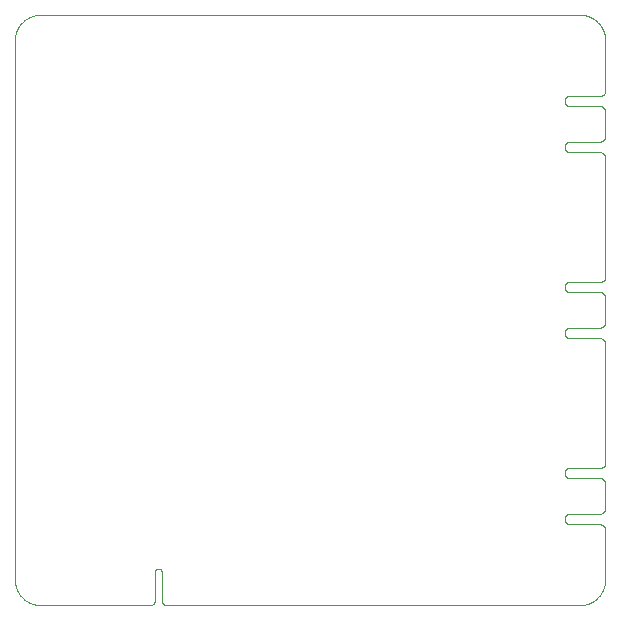
<source format=gko>
G04 EAGLE Gerber RS-274X export*
G75*
%MOMM*%
%FSLAX34Y34*%
%LPD*%
%INBoard Outline*%
%IPPOS*%
%AMOC8*
5,1,8,0,0,1.08239X$1,22.5*%
G01*
%ADD10C,0.000000*%


D10*
X478000Y0D02*
X478532Y6D01*
X479063Y26D01*
X479594Y58D01*
X480123Y103D01*
X480652Y160D01*
X481179Y231D01*
X481704Y314D01*
X482227Y410D01*
X482747Y518D01*
X483265Y639D01*
X483780Y773D01*
X484291Y919D01*
X484798Y1077D01*
X485302Y1247D01*
X485801Y1430D01*
X486296Y1624D01*
X486786Y1831D01*
X487271Y2049D01*
X487750Y2279D01*
X488224Y2520D01*
X488692Y2773D01*
X489153Y3037D01*
X489608Y3312D01*
X490056Y3598D01*
X490497Y3894D01*
X490931Y4202D01*
X491358Y4519D01*
X491776Y4847D01*
X492187Y5185D01*
X492589Y5533D01*
X492982Y5890D01*
X493367Y6257D01*
X493743Y6633D01*
X494110Y7018D01*
X494467Y7411D01*
X494815Y7813D01*
X495153Y8224D01*
X495481Y8642D01*
X495798Y9069D01*
X496106Y9503D01*
X496402Y9944D01*
X496688Y10392D01*
X496963Y10847D01*
X497227Y11308D01*
X497480Y11776D01*
X497721Y12250D01*
X497951Y12729D01*
X498169Y13214D01*
X498376Y13704D01*
X498570Y14199D01*
X498753Y14698D01*
X498923Y15202D01*
X499081Y15709D01*
X499227Y16220D01*
X499361Y16735D01*
X499482Y17253D01*
X499590Y17773D01*
X499686Y18296D01*
X499769Y18821D01*
X499840Y19348D01*
X499897Y19877D01*
X499942Y20406D01*
X499974Y20937D01*
X499994Y21468D01*
X500000Y22000D01*
X478000Y500000D02*
X22000Y500000D01*
X478000Y500000D02*
X478532Y499994D01*
X479063Y499974D01*
X479594Y499942D01*
X480123Y499897D01*
X480652Y499840D01*
X481179Y499769D01*
X481704Y499686D01*
X482227Y499590D01*
X482747Y499482D01*
X483265Y499361D01*
X483780Y499227D01*
X484291Y499081D01*
X484798Y498923D01*
X485302Y498753D01*
X485801Y498570D01*
X486296Y498376D01*
X486786Y498169D01*
X487271Y497951D01*
X487750Y497721D01*
X488224Y497480D01*
X488692Y497227D01*
X489153Y496963D01*
X489608Y496688D01*
X490056Y496402D01*
X490497Y496106D01*
X490931Y495798D01*
X491358Y495481D01*
X491776Y495153D01*
X492187Y494815D01*
X492589Y494467D01*
X492982Y494110D01*
X493367Y493743D01*
X493743Y493367D01*
X494110Y492982D01*
X494467Y492589D01*
X494815Y492187D01*
X495153Y491776D01*
X495481Y491358D01*
X495798Y490931D01*
X496106Y490497D01*
X496402Y490056D01*
X496688Y489608D01*
X496963Y489153D01*
X497227Y488692D01*
X497480Y488224D01*
X497721Y487750D01*
X497951Y487271D01*
X498169Y486786D01*
X498376Y486296D01*
X498570Y485801D01*
X498753Y485302D01*
X498923Y484798D01*
X499081Y484291D01*
X499227Y483780D01*
X499361Y483265D01*
X499482Y482747D01*
X499590Y482227D01*
X499686Y481704D01*
X499769Y481179D01*
X499840Y480652D01*
X499897Y480123D01*
X499942Y479594D01*
X499974Y479063D01*
X499994Y478532D01*
X500000Y478000D01*
X22000Y500000D02*
X21468Y499994D01*
X20937Y499974D01*
X20406Y499942D01*
X19877Y499897D01*
X19348Y499840D01*
X18821Y499769D01*
X18296Y499686D01*
X17773Y499590D01*
X17253Y499482D01*
X16735Y499361D01*
X16220Y499227D01*
X15709Y499081D01*
X15202Y498923D01*
X14698Y498753D01*
X14199Y498570D01*
X13704Y498376D01*
X13214Y498169D01*
X12729Y497951D01*
X12250Y497721D01*
X11776Y497480D01*
X11308Y497227D01*
X10847Y496963D01*
X10392Y496688D01*
X9944Y496402D01*
X9503Y496106D01*
X9069Y495798D01*
X8642Y495481D01*
X8224Y495153D01*
X7813Y494815D01*
X7411Y494467D01*
X7018Y494110D01*
X6633Y493743D01*
X6257Y493367D01*
X5890Y492982D01*
X5533Y492589D01*
X5185Y492187D01*
X4847Y491776D01*
X4519Y491358D01*
X4202Y490931D01*
X3894Y490497D01*
X3598Y490056D01*
X3312Y489608D01*
X3037Y489153D01*
X2773Y488692D01*
X2520Y488224D01*
X2279Y487750D01*
X2049Y487271D01*
X1831Y486786D01*
X1624Y486296D01*
X1430Y485801D01*
X1247Y485302D01*
X1077Y484798D01*
X919Y484291D01*
X773Y483780D01*
X639Y483265D01*
X518Y482747D01*
X410Y482227D01*
X314Y481704D01*
X231Y481179D01*
X160Y480652D01*
X103Y480123D01*
X58Y479594D01*
X26Y479063D01*
X6Y478532D01*
X0Y478000D01*
X0Y22000D01*
X6Y21468D01*
X26Y20937D01*
X58Y20406D01*
X103Y19877D01*
X160Y19348D01*
X231Y18821D01*
X314Y18296D01*
X410Y17773D01*
X518Y17253D01*
X639Y16735D01*
X773Y16220D01*
X919Y15709D01*
X1077Y15202D01*
X1247Y14698D01*
X1430Y14199D01*
X1624Y13704D01*
X1831Y13214D01*
X2049Y12729D01*
X2279Y12250D01*
X2520Y11776D01*
X2773Y11308D01*
X3037Y10847D01*
X3312Y10392D01*
X3598Y9944D01*
X3894Y9503D01*
X4202Y9069D01*
X4519Y8642D01*
X4847Y8224D01*
X5185Y7813D01*
X5533Y7411D01*
X5890Y7018D01*
X6257Y6633D01*
X6633Y6257D01*
X7018Y5890D01*
X7411Y5533D01*
X7813Y5185D01*
X8224Y4847D01*
X8642Y4519D01*
X9069Y4202D01*
X9503Y3894D01*
X9944Y3598D01*
X10392Y3312D01*
X10847Y3037D01*
X11308Y2773D01*
X11776Y2520D01*
X12250Y2279D01*
X12729Y2049D01*
X13214Y1831D01*
X13704Y1624D01*
X14199Y1430D01*
X14698Y1247D01*
X15202Y1077D01*
X15709Y919D01*
X16220Y773D01*
X16735Y639D01*
X17253Y518D01*
X17773Y410D01*
X18296Y314D01*
X18821Y231D01*
X19348Y160D01*
X19877Y103D01*
X20406Y58D01*
X20937Y26D01*
X21468Y6D01*
X22000Y0D01*
X61500Y0D01*
X161500Y0D02*
X478000Y0D01*
X500000Y22000D02*
X500000Y64000D01*
X500000Y120000D02*
X500000Y221500D01*
X500000Y277500D02*
X500000Y379000D01*
X500000Y435000D02*
X500000Y478000D01*
X161500Y0D02*
X128500Y0D01*
X128374Y2D01*
X128249Y8D01*
X128124Y18D01*
X127999Y32D01*
X127874Y49D01*
X127750Y71D01*
X127627Y96D01*
X127505Y126D01*
X127384Y159D01*
X127264Y196D01*
X127145Y236D01*
X127028Y281D01*
X126911Y329D01*
X126797Y381D01*
X126684Y436D01*
X126573Y495D01*
X126464Y557D01*
X126357Y623D01*
X126252Y692D01*
X126149Y764D01*
X126048Y839D01*
X125950Y918D01*
X125855Y1000D01*
X125762Y1084D01*
X125672Y1172D01*
X125584Y1262D01*
X125500Y1355D01*
X125418Y1450D01*
X125339Y1548D01*
X125264Y1649D01*
X125192Y1752D01*
X125123Y1857D01*
X125057Y1964D01*
X124995Y2073D01*
X124936Y2184D01*
X124881Y2297D01*
X124829Y2411D01*
X124781Y2528D01*
X124736Y2645D01*
X124696Y2764D01*
X124659Y2884D01*
X124626Y3005D01*
X124596Y3127D01*
X124571Y3250D01*
X124549Y3374D01*
X124532Y3499D01*
X124518Y3624D01*
X124508Y3749D01*
X124502Y3874D01*
X124500Y4000D01*
X124500Y28000D01*
X124498Y28107D01*
X124492Y28214D01*
X124483Y28321D01*
X124469Y28427D01*
X124452Y28533D01*
X124431Y28638D01*
X124407Y28742D01*
X124378Y28845D01*
X124346Y28947D01*
X124311Y29048D01*
X124272Y29148D01*
X124229Y29246D01*
X124183Y29343D01*
X124133Y29438D01*
X124080Y29531D01*
X124024Y29622D01*
X123964Y29711D01*
X123902Y29798D01*
X123836Y29882D01*
X123767Y29965D01*
X123696Y30044D01*
X123621Y30121D01*
X123544Y30196D01*
X123465Y30267D01*
X123382Y30336D01*
X123298Y30402D01*
X123211Y30464D01*
X123122Y30524D01*
X123031Y30580D01*
X122938Y30633D01*
X122843Y30683D01*
X122746Y30729D01*
X122648Y30772D01*
X122548Y30811D01*
X122447Y30846D01*
X122345Y30878D01*
X122242Y30907D01*
X122138Y30931D01*
X122033Y30952D01*
X121927Y30969D01*
X121821Y30983D01*
X121714Y30992D01*
X121607Y30998D01*
X121500Y31000D01*
X121393Y30998D01*
X121286Y30992D01*
X121179Y30983D01*
X121073Y30969D01*
X120967Y30952D01*
X120862Y30931D01*
X120758Y30907D01*
X120655Y30878D01*
X120553Y30846D01*
X120452Y30811D01*
X120352Y30772D01*
X120254Y30729D01*
X120157Y30683D01*
X120062Y30633D01*
X119969Y30580D01*
X119878Y30524D01*
X119789Y30464D01*
X119702Y30402D01*
X119618Y30336D01*
X119535Y30267D01*
X119456Y30196D01*
X119379Y30121D01*
X119304Y30044D01*
X119233Y29965D01*
X119164Y29882D01*
X119098Y29798D01*
X119036Y29711D01*
X118976Y29622D01*
X118920Y29531D01*
X118867Y29438D01*
X118817Y29343D01*
X118771Y29246D01*
X118728Y29148D01*
X118689Y29048D01*
X118654Y28947D01*
X118622Y28845D01*
X118593Y28742D01*
X118569Y28638D01*
X118548Y28533D01*
X118531Y28427D01*
X118517Y28321D01*
X118508Y28214D01*
X118502Y28107D01*
X118500Y28000D01*
X118500Y4000D01*
X118498Y3874D01*
X118492Y3749D01*
X118482Y3624D01*
X118468Y3499D01*
X118451Y3374D01*
X118429Y3250D01*
X118404Y3127D01*
X118374Y3005D01*
X118341Y2884D01*
X118304Y2764D01*
X118264Y2645D01*
X118219Y2528D01*
X118171Y2411D01*
X118119Y2297D01*
X118064Y2184D01*
X118005Y2073D01*
X117943Y1964D01*
X117877Y1857D01*
X117808Y1752D01*
X117736Y1649D01*
X117661Y1548D01*
X117582Y1450D01*
X117500Y1355D01*
X117416Y1262D01*
X117328Y1172D01*
X117238Y1084D01*
X117145Y1000D01*
X117050Y918D01*
X116952Y839D01*
X116851Y764D01*
X116748Y692D01*
X116643Y623D01*
X116536Y557D01*
X116427Y495D01*
X116316Y436D01*
X116203Y381D01*
X116089Y329D01*
X115972Y281D01*
X115855Y236D01*
X115736Y196D01*
X115616Y159D01*
X115495Y126D01*
X115373Y96D01*
X115250Y71D01*
X115126Y49D01*
X115001Y32D01*
X114876Y18D01*
X114751Y8D01*
X114626Y2D01*
X114500Y0D01*
X61500Y0D01*
X470000Y77500D02*
X495500Y77500D01*
X495500Y107500D02*
X470000Y107500D01*
X470000Y116500D02*
X495500Y116500D01*
X495500Y68500D02*
X470000Y68500D01*
X469867Y68502D01*
X469733Y68508D01*
X469600Y68518D01*
X469468Y68532D01*
X469336Y68549D01*
X469204Y68571D01*
X469073Y68596D01*
X468943Y68626D01*
X468814Y68659D01*
X468686Y68696D01*
X468559Y68737D01*
X468433Y68782D01*
X468309Y68830D01*
X468186Y68882D01*
X468065Y68937D01*
X467945Y68997D01*
X467827Y69059D01*
X467712Y69125D01*
X467598Y69195D01*
X467486Y69268D01*
X467377Y69344D01*
X467269Y69423D01*
X467165Y69506D01*
X467062Y69591D01*
X466963Y69680D01*
X466866Y69771D01*
X466771Y69866D01*
X466680Y69963D01*
X466591Y70062D01*
X466506Y70165D01*
X466423Y70269D01*
X466344Y70377D01*
X466268Y70486D01*
X466195Y70598D01*
X466125Y70712D01*
X466059Y70827D01*
X465997Y70945D01*
X465937Y71065D01*
X465882Y71186D01*
X465830Y71309D01*
X465782Y71433D01*
X465737Y71559D01*
X465696Y71686D01*
X465659Y71814D01*
X465626Y71943D01*
X465596Y72073D01*
X465571Y72204D01*
X465549Y72336D01*
X465532Y72468D01*
X465518Y72600D01*
X465508Y72733D01*
X465502Y72867D01*
X465500Y73000D01*
X465502Y73133D01*
X465508Y73267D01*
X465518Y73400D01*
X465532Y73532D01*
X465549Y73664D01*
X465571Y73796D01*
X465596Y73927D01*
X465626Y74057D01*
X465659Y74186D01*
X465696Y74314D01*
X465737Y74441D01*
X465782Y74567D01*
X465830Y74691D01*
X465882Y74814D01*
X465937Y74935D01*
X465997Y75055D01*
X466059Y75173D01*
X466125Y75288D01*
X466195Y75402D01*
X466268Y75514D01*
X466344Y75623D01*
X466423Y75731D01*
X466506Y75835D01*
X466591Y75938D01*
X466680Y76037D01*
X466771Y76134D01*
X466866Y76229D01*
X466963Y76320D01*
X467062Y76409D01*
X467165Y76494D01*
X467269Y76577D01*
X467377Y76656D01*
X467486Y76732D01*
X467598Y76805D01*
X467712Y76875D01*
X467827Y76941D01*
X467945Y77003D01*
X468065Y77063D01*
X468186Y77118D01*
X468309Y77170D01*
X468433Y77218D01*
X468559Y77263D01*
X468686Y77304D01*
X468814Y77341D01*
X468943Y77374D01*
X469073Y77404D01*
X469204Y77429D01*
X469336Y77451D01*
X469468Y77468D01*
X469600Y77482D01*
X469733Y77492D01*
X469867Y77498D01*
X470000Y77500D01*
X465500Y112000D02*
X465502Y112133D01*
X465508Y112267D01*
X465518Y112400D01*
X465532Y112532D01*
X465549Y112664D01*
X465571Y112796D01*
X465596Y112927D01*
X465626Y113057D01*
X465659Y113186D01*
X465696Y113314D01*
X465737Y113441D01*
X465782Y113567D01*
X465830Y113691D01*
X465882Y113814D01*
X465937Y113935D01*
X465997Y114055D01*
X466059Y114173D01*
X466125Y114288D01*
X466195Y114402D01*
X466268Y114514D01*
X466344Y114623D01*
X466423Y114731D01*
X466506Y114835D01*
X466591Y114938D01*
X466680Y115037D01*
X466771Y115134D01*
X466866Y115229D01*
X466963Y115320D01*
X467062Y115409D01*
X467165Y115494D01*
X467269Y115577D01*
X467377Y115656D01*
X467486Y115732D01*
X467598Y115805D01*
X467712Y115875D01*
X467827Y115941D01*
X467945Y116003D01*
X468065Y116063D01*
X468186Y116118D01*
X468309Y116170D01*
X468433Y116218D01*
X468559Y116263D01*
X468686Y116304D01*
X468814Y116341D01*
X468943Y116374D01*
X469073Y116404D01*
X469204Y116429D01*
X469336Y116451D01*
X469468Y116468D01*
X469600Y116482D01*
X469733Y116492D01*
X469867Y116498D01*
X470000Y116500D01*
X465500Y112000D02*
X465502Y111867D01*
X465508Y111733D01*
X465518Y111600D01*
X465532Y111468D01*
X465549Y111336D01*
X465571Y111204D01*
X465596Y111073D01*
X465626Y110943D01*
X465659Y110814D01*
X465696Y110686D01*
X465737Y110559D01*
X465782Y110433D01*
X465830Y110309D01*
X465882Y110186D01*
X465937Y110065D01*
X465997Y109945D01*
X466059Y109827D01*
X466125Y109712D01*
X466195Y109598D01*
X466268Y109486D01*
X466344Y109377D01*
X466423Y109269D01*
X466506Y109165D01*
X466591Y109062D01*
X466680Y108963D01*
X466771Y108866D01*
X466866Y108771D01*
X466963Y108680D01*
X467062Y108591D01*
X467165Y108506D01*
X467269Y108423D01*
X467377Y108344D01*
X467486Y108268D01*
X467598Y108195D01*
X467712Y108125D01*
X467827Y108059D01*
X467945Y107997D01*
X468065Y107937D01*
X468186Y107882D01*
X468309Y107830D01*
X468433Y107782D01*
X468559Y107737D01*
X468686Y107696D01*
X468814Y107659D01*
X468943Y107626D01*
X469073Y107596D01*
X469204Y107571D01*
X469336Y107549D01*
X469468Y107532D01*
X469600Y107518D01*
X469733Y107508D01*
X469867Y107502D01*
X470000Y107500D01*
X495500Y68500D02*
X495633Y68498D01*
X495767Y68492D01*
X495900Y68482D01*
X496032Y68468D01*
X496164Y68451D01*
X496296Y68429D01*
X496427Y68404D01*
X496557Y68374D01*
X496686Y68341D01*
X496814Y68304D01*
X496941Y68263D01*
X497067Y68218D01*
X497191Y68170D01*
X497314Y68118D01*
X497435Y68063D01*
X497555Y68003D01*
X497673Y67941D01*
X497788Y67875D01*
X497902Y67805D01*
X498014Y67732D01*
X498123Y67656D01*
X498231Y67577D01*
X498335Y67494D01*
X498438Y67409D01*
X498537Y67320D01*
X498634Y67229D01*
X498729Y67134D01*
X498820Y67037D01*
X498909Y66938D01*
X498994Y66835D01*
X499077Y66731D01*
X499156Y66623D01*
X499232Y66514D01*
X499305Y66402D01*
X499375Y66288D01*
X499441Y66173D01*
X499503Y66055D01*
X499563Y65935D01*
X499618Y65814D01*
X499670Y65691D01*
X499718Y65567D01*
X499763Y65441D01*
X499804Y65314D01*
X499841Y65186D01*
X499874Y65057D01*
X499904Y64927D01*
X499929Y64796D01*
X499951Y64664D01*
X499968Y64532D01*
X499982Y64400D01*
X499992Y64267D01*
X499998Y64133D01*
X500000Y64000D01*
X500000Y82000D02*
X500000Y103000D01*
X500000Y82000D02*
X499998Y81867D01*
X499992Y81733D01*
X499982Y81600D01*
X499968Y81468D01*
X499951Y81336D01*
X499929Y81204D01*
X499904Y81073D01*
X499874Y80943D01*
X499841Y80814D01*
X499804Y80686D01*
X499763Y80559D01*
X499718Y80433D01*
X499670Y80309D01*
X499618Y80186D01*
X499563Y80065D01*
X499503Y79945D01*
X499441Y79827D01*
X499375Y79712D01*
X499305Y79598D01*
X499232Y79486D01*
X499156Y79377D01*
X499077Y79269D01*
X498994Y79165D01*
X498909Y79062D01*
X498820Y78963D01*
X498729Y78866D01*
X498634Y78771D01*
X498537Y78680D01*
X498438Y78591D01*
X498335Y78506D01*
X498231Y78423D01*
X498123Y78344D01*
X498014Y78268D01*
X497902Y78195D01*
X497788Y78125D01*
X497673Y78059D01*
X497555Y77997D01*
X497435Y77937D01*
X497314Y77882D01*
X497191Y77830D01*
X497067Y77782D01*
X496941Y77737D01*
X496814Y77696D01*
X496686Y77659D01*
X496557Y77626D01*
X496427Y77596D01*
X496296Y77571D01*
X496164Y77549D01*
X496032Y77532D01*
X495900Y77518D01*
X495767Y77508D01*
X495633Y77502D01*
X495500Y77500D01*
X500000Y103000D02*
X499998Y103133D01*
X499992Y103267D01*
X499982Y103400D01*
X499968Y103532D01*
X499951Y103664D01*
X499929Y103796D01*
X499904Y103927D01*
X499874Y104057D01*
X499841Y104186D01*
X499804Y104314D01*
X499763Y104441D01*
X499718Y104567D01*
X499670Y104691D01*
X499618Y104814D01*
X499563Y104935D01*
X499503Y105055D01*
X499441Y105173D01*
X499375Y105288D01*
X499305Y105402D01*
X499232Y105514D01*
X499156Y105623D01*
X499077Y105731D01*
X498994Y105835D01*
X498909Y105938D01*
X498820Y106037D01*
X498729Y106134D01*
X498634Y106229D01*
X498537Y106320D01*
X498438Y106409D01*
X498335Y106494D01*
X498231Y106577D01*
X498123Y106656D01*
X498014Y106732D01*
X497902Y106805D01*
X497788Y106875D01*
X497673Y106941D01*
X497555Y107003D01*
X497435Y107063D01*
X497314Y107118D01*
X497191Y107170D01*
X497067Y107218D01*
X496941Y107263D01*
X496814Y107304D01*
X496686Y107341D01*
X496557Y107374D01*
X496427Y107404D01*
X496296Y107429D01*
X496164Y107451D01*
X496032Y107468D01*
X495900Y107482D01*
X495767Y107492D01*
X495633Y107498D01*
X495500Y107500D01*
X495500Y116500D02*
X495623Y116487D01*
X495747Y116477D01*
X495871Y116471D01*
X495995Y116469D01*
X496119Y116471D01*
X496244Y116476D01*
X496367Y116486D01*
X496491Y116499D01*
X496614Y116516D01*
X496736Y116537D01*
X496858Y116561D01*
X496979Y116590D01*
X497099Y116622D01*
X497218Y116657D01*
X497335Y116697D01*
X497452Y116740D01*
X497567Y116786D01*
X497681Y116836D01*
X497793Y116890D01*
X497903Y116946D01*
X498011Y117007D01*
X498118Y117070D01*
X498223Y117137D01*
X498325Y117207D01*
X498426Y117280D01*
X498524Y117357D01*
X498619Y117436D01*
X498712Y117518D01*
X498803Y117603D01*
X498891Y117691D01*
X498976Y117781D01*
X499058Y117874D01*
X499138Y117969D01*
X499214Y118067D01*
X499287Y118167D01*
X499358Y118270D01*
X499425Y118374D01*
X499489Y118480D01*
X499549Y118589D01*
X499606Y118699D01*
X499660Y118811D01*
X499710Y118924D01*
X499757Y119039D01*
X499800Y119156D01*
X499840Y119274D01*
X499876Y119392D01*
X499908Y119512D01*
X499937Y119633D01*
X499962Y119755D01*
X499983Y119877D01*
X500000Y120000D01*
X495500Y235000D02*
X470000Y235000D01*
X470000Y265000D02*
X495500Y265000D01*
X495500Y274000D02*
X470000Y274000D01*
X470000Y226000D02*
X495500Y226000D01*
X470000Y226000D02*
X469867Y226002D01*
X469733Y226008D01*
X469600Y226018D01*
X469468Y226032D01*
X469336Y226049D01*
X469204Y226071D01*
X469073Y226096D01*
X468943Y226126D01*
X468814Y226159D01*
X468686Y226196D01*
X468559Y226237D01*
X468433Y226282D01*
X468309Y226330D01*
X468186Y226382D01*
X468065Y226437D01*
X467945Y226497D01*
X467827Y226559D01*
X467712Y226625D01*
X467598Y226695D01*
X467486Y226768D01*
X467377Y226844D01*
X467269Y226923D01*
X467165Y227006D01*
X467062Y227091D01*
X466963Y227180D01*
X466866Y227271D01*
X466771Y227366D01*
X466680Y227463D01*
X466591Y227562D01*
X466506Y227665D01*
X466423Y227769D01*
X466344Y227877D01*
X466268Y227986D01*
X466195Y228098D01*
X466125Y228212D01*
X466059Y228327D01*
X465997Y228445D01*
X465937Y228565D01*
X465882Y228686D01*
X465830Y228809D01*
X465782Y228933D01*
X465737Y229059D01*
X465696Y229186D01*
X465659Y229314D01*
X465626Y229443D01*
X465596Y229573D01*
X465571Y229704D01*
X465549Y229836D01*
X465532Y229968D01*
X465518Y230100D01*
X465508Y230233D01*
X465502Y230367D01*
X465500Y230500D01*
X465502Y230633D01*
X465508Y230767D01*
X465518Y230900D01*
X465532Y231032D01*
X465549Y231164D01*
X465571Y231296D01*
X465596Y231427D01*
X465626Y231557D01*
X465659Y231686D01*
X465696Y231814D01*
X465737Y231941D01*
X465782Y232067D01*
X465830Y232191D01*
X465882Y232314D01*
X465937Y232435D01*
X465997Y232555D01*
X466059Y232673D01*
X466125Y232788D01*
X466195Y232902D01*
X466268Y233014D01*
X466344Y233123D01*
X466423Y233231D01*
X466506Y233335D01*
X466591Y233438D01*
X466680Y233537D01*
X466771Y233634D01*
X466866Y233729D01*
X466963Y233820D01*
X467062Y233909D01*
X467165Y233994D01*
X467269Y234077D01*
X467377Y234156D01*
X467486Y234232D01*
X467598Y234305D01*
X467712Y234375D01*
X467827Y234441D01*
X467945Y234503D01*
X468065Y234563D01*
X468186Y234618D01*
X468309Y234670D01*
X468433Y234718D01*
X468559Y234763D01*
X468686Y234804D01*
X468814Y234841D01*
X468943Y234874D01*
X469073Y234904D01*
X469204Y234929D01*
X469336Y234951D01*
X469468Y234968D01*
X469600Y234982D01*
X469733Y234992D01*
X469867Y234998D01*
X470000Y235000D01*
X465500Y269500D02*
X465502Y269633D01*
X465508Y269767D01*
X465518Y269900D01*
X465532Y270032D01*
X465549Y270164D01*
X465571Y270296D01*
X465596Y270427D01*
X465626Y270557D01*
X465659Y270686D01*
X465696Y270814D01*
X465737Y270941D01*
X465782Y271067D01*
X465830Y271191D01*
X465882Y271314D01*
X465937Y271435D01*
X465997Y271555D01*
X466059Y271673D01*
X466125Y271788D01*
X466195Y271902D01*
X466268Y272014D01*
X466344Y272123D01*
X466423Y272231D01*
X466506Y272335D01*
X466591Y272438D01*
X466680Y272537D01*
X466771Y272634D01*
X466866Y272729D01*
X466963Y272820D01*
X467062Y272909D01*
X467165Y272994D01*
X467269Y273077D01*
X467377Y273156D01*
X467486Y273232D01*
X467598Y273305D01*
X467712Y273375D01*
X467827Y273441D01*
X467945Y273503D01*
X468065Y273563D01*
X468186Y273618D01*
X468309Y273670D01*
X468433Y273718D01*
X468559Y273763D01*
X468686Y273804D01*
X468814Y273841D01*
X468943Y273874D01*
X469073Y273904D01*
X469204Y273929D01*
X469336Y273951D01*
X469468Y273968D01*
X469600Y273982D01*
X469733Y273992D01*
X469867Y273998D01*
X470000Y274000D01*
X465500Y269500D02*
X465502Y269367D01*
X465508Y269233D01*
X465518Y269100D01*
X465532Y268968D01*
X465549Y268836D01*
X465571Y268704D01*
X465596Y268573D01*
X465626Y268443D01*
X465659Y268314D01*
X465696Y268186D01*
X465737Y268059D01*
X465782Y267933D01*
X465830Y267809D01*
X465882Y267686D01*
X465937Y267565D01*
X465997Y267445D01*
X466059Y267327D01*
X466125Y267212D01*
X466195Y267098D01*
X466268Y266986D01*
X466344Y266877D01*
X466423Y266769D01*
X466506Y266665D01*
X466591Y266562D01*
X466680Y266463D01*
X466771Y266366D01*
X466866Y266271D01*
X466963Y266180D01*
X467062Y266091D01*
X467165Y266006D01*
X467269Y265923D01*
X467377Y265844D01*
X467486Y265768D01*
X467598Y265695D01*
X467712Y265625D01*
X467827Y265559D01*
X467945Y265497D01*
X468065Y265437D01*
X468186Y265382D01*
X468309Y265330D01*
X468433Y265282D01*
X468559Y265237D01*
X468686Y265196D01*
X468814Y265159D01*
X468943Y265126D01*
X469073Y265096D01*
X469204Y265071D01*
X469336Y265049D01*
X469468Y265032D01*
X469600Y265018D01*
X469733Y265008D01*
X469867Y265002D01*
X470000Y265000D01*
X495500Y226000D02*
X495633Y225998D01*
X495767Y225992D01*
X495900Y225982D01*
X496032Y225968D01*
X496164Y225951D01*
X496296Y225929D01*
X496427Y225904D01*
X496557Y225874D01*
X496686Y225841D01*
X496814Y225804D01*
X496941Y225763D01*
X497067Y225718D01*
X497191Y225670D01*
X497314Y225618D01*
X497435Y225563D01*
X497555Y225503D01*
X497673Y225441D01*
X497788Y225375D01*
X497902Y225305D01*
X498014Y225232D01*
X498123Y225156D01*
X498231Y225077D01*
X498335Y224994D01*
X498438Y224909D01*
X498537Y224820D01*
X498634Y224729D01*
X498729Y224634D01*
X498820Y224537D01*
X498909Y224438D01*
X498994Y224335D01*
X499077Y224231D01*
X499156Y224123D01*
X499232Y224014D01*
X499305Y223902D01*
X499375Y223788D01*
X499441Y223673D01*
X499503Y223555D01*
X499563Y223435D01*
X499618Y223314D01*
X499670Y223191D01*
X499718Y223067D01*
X499763Y222941D01*
X499804Y222814D01*
X499841Y222686D01*
X499874Y222557D01*
X499904Y222427D01*
X499929Y222296D01*
X499951Y222164D01*
X499968Y222032D01*
X499982Y221900D01*
X499992Y221767D01*
X499998Y221633D01*
X500000Y221500D01*
X500000Y239500D02*
X500000Y260500D01*
X500000Y239500D02*
X499998Y239367D01*
X499992Y239233D01*
X499982Y239100D01*
X499968Y238968D01*
X499951Y238836D01*
X499929Y238704D01*
X499904Y238573D01*
X499874Y238443D01*
X499841Y238314D01*
X499804Y238186D01*
X499763Y238059D01*
X499718Y237933D01*
X499670Y237809D01*
X499618Y237686D01*
X499563Y237565D01*
X499503Y237445D01*
X499441Y237327D01*
X499375Y237212D01*
X499305Y237098D01*
X499232Y236986D01*
X499156Y236877D01*
X499077Y236769D01*
X498994Y236665D01*
X498909Y236562D01*
X498820Y236463D01*
X498729Y236366D01*
X498634Y236271D01*
X498537Y236180D01*
X498438Y236091D01*
X498335Y236006D01*
X498231Y235923D01*
X498123Y235844D01*
X498014Y235768D01*
X497902Y235695D01*
X497788Y235625D01*
X497673Y235559D01*
X497555Y235497D01*
X497435Y235437D01*
X497314Y235382D01*
X497191Y235330D01*
X497067Y235282D01*
X496941Y235237D01*
X496814Y235196D01*
X496686Y235159D01*
X496557Y235126D01*
X496427Y235096D01*
X496296Y235071D01*
X496164Y235049D01*
X496032Y235032D01*
X495900Y235018D01*
X495767Y235008D01*
X495633Y235002D01*
X495500Y235000D01*
X500000Y260500D02*
X499998Y260633D01*
X499992Y260767D01*
X499982Y260900D01*
X499968Y261032D01*
X499951Y261164D01*
X499929Y261296D01*
X499904Y261427D01*
X499874Y261557D01*
X499841Y261686D01*
X499804Y261814D01*
X499763Y261941D01*
X499718Y262067D01*
X499670Y262191D01*
X499618Y262314D01*
X499563Y262435D01*
X499503Y262555D01*
X499441Y262673D01*
X499375Y262788D01*
X499305Y262902D01*
X499232Y263014D01*
X499156Y263123D01*
X499077Y263231D01*
X498994Y263335D01*
X498909Y263438D01*
X498820Y263537D01*
X498729Y263634D01*
X498634Y263729D01*
X498537Y263820D01*
X498438Y263909D01*
X498335Y263994D01*
X498231Y264077D01*
X498123Y264156D01*
X498014Y264232D01*
X497902Y264305D01*
X497788Y264375D01*
X497673Y264441D01*
X497555Y264503D01*
X497435Y264563D01*
X497314Y264618D01*
X497191Y264670D01*
X497067Y264718D01*
X496941Y264763D01*
X496814Y264804D01*
X496686Y264841D01*
X496557Y264874D01*
X496427Y264904D01*
X496296Y264929D01*
X496164Y264951D01*
X496032Y264968D01*
X495900Y264982D01*
X495767Y264992D01*
X495633Y264998D01*
X495500Y265000D01*
X495500Y274000D02*
X495623Y273987D01*
X495747Y273977D01*
X495871Y273971D01*
X495995Y273969D01*
X496119Y273971D01*
X496244Y273976D01*
X496367Y273986D01*
X496491Y273999D01*
X496614Y274016D01*
X496736Y274037D01*
X496858Y274061D01*
X496979Y274090D01*
X497099Y274122D01*
X497218Y274157D01*
X497335Y274197D01*
X497452Y274240D01*
X497567Y274286D01*
X497681Y274336D01*
X497793Y274390D01*
X497903Y274446D01*
X498011Y274507D01*
X498118Y274570D01*
X498223Y274637D01*
X498325Y274707D01*
X498426Y274780D01*
X498524Y274857D01*
X498619Y274936D01*
X498712Y275018D01*
X498803Y275103D01*
X498891Y275191D01*
X498976Y275281D01*
X499058Y275374D01*
X499138Y275469D01*
X499214Y275567D01*
X499287Y275667D01*
X499358Y275770D01*
X499425Y275874D01*
X499489Y275980D01*
X499549Y276089D01*
X499606Y276199D01*
X499660Y276311D01*
X499710Y276424D01*
X499757Y276539D01*
X499800Y276656D01*
X499840Y276774D01*
X499876Y276892D01*
X499908Y277012D01*
X499937Y277133D01*
X499962Y277255D01*
X499983Y277377D01*
X500000Y277500D01*
X495500Y392500D02*
X470000Y392500D01*
X470000Y422500D02*
X495500Y422500D01*
X495500Y431500D02*
X470000Y431500D01*
X470000Y383500D02*
X495500Y383500D01*
X470000Y383500D02*
X469867Y383502D01*
X469733Y383508D01*
X469600Y383518D01*
X469468Y383532D01*
X469336Y383549D01*
X469204Y383571D01*
X469073Y383596D01*
X468943Y383626D01*
X468814Y383659D01*
X468686Y383696D01*
X468559Y383737D01*
X468433Y383782D01*
X468309Y383830D01*
X468186Y383882D01*
X468065Y383937D01*
X467945Y383997D01*
X467827Y384059D01*
X467712Y384125D01*
X467598Y384195D01*
X467486Y384268D01*
X467377Y384344D01*
X467269Y384423D01*
X467165Y384506D01*
X467062Y384591D01*
X466963Y384680D01*
X466866Y384771D01*
X466771Y384866D01*
X466680Y384963D01*
X466591Y385062D01*
X466506Y385165D01*
X466423Y385269D01*
X466344Y385377D01*
X466268Y385486D01*
X466195Y385598D01*
X466125Y385712D01*
X466059Y385827D01*
X465997Y385945D01*
X465937Y386065D01*
X465882Y386186D01*
X465830Y386309D01*
X465782Y386433D01*
X465737Y386559D01*
X465696Y386686D01*
X465659Y386814D01*
X465626Y386943D01*
X465596Y387073D01*
X465571Y387204D01*
X465549Y387336D01*
X465532Y387468D01*
X465518Y387600D01*
X465508Y387733D01*
X465502Y387867D01*
X465500Y388000D01*
X465502Y388133D01*
X465508Y388267D01*
X465518Y388400D01*
X465532Y388532D01*
X465549Y388664D01*
X465571Y388796D01*
X465596Y388927D01*
X465626Y389057D01*
X465659Y389186D01*
X465696Y389314D01*
X465737Y389441D01*
X465782Y389567D01*
X465830Y389691D01*
X465882Y389814D01*
X465937Y389935D01*
X465997Y390055D01*
X466059Y390173D01*
X466125Y390288D01*
X466195Y390402D01*
X466268Y390514D01*
X466344Y390623D01*
X466423Y390731D01*
X466506Y390835D01*
X466591Y390938D01*
X466680Y391037D01*
X466771Y391134D01*
X466866Y391229D01*
X466963Y391320D01*
X467062Y391409D01*
X467165Y391494D01*
X467269Y391577D01*
X467377Y391656D01*
X467486Y391732D01*
X467598Y391805D01*
X467712Y391875D01*
X467827Y391941D01*
X467945Y392003D01*
X468065Y392063D01*
X468186Y392118D01*
X468309Y392170D01*
X468433Y392218D01*
X468559Y392263D01*
X468686Y392304D01*
X468814Y392341D01*
X468943Y392374D01*
X469073Y392404D01*
X469204Y392429D01*
X469336Y392451D01*
X469468Y392468D01*
X469600Y392482D01*
X469733Y392492D01*
X469867Y392498D01*
X470000Y392500D01*
X465500Y427000D02*
X465502Y427133D01*
X465508Y427267D01*
X465518Y427400D01*
X465532Y427532D01*
X465549Y427664D01*
X465571Y427796D01*
X465596Y427927D01*
X465626Y428057D01*
X465659Y428186D01*
X465696Y428314D01*
X465737Y428441D01*
X465782Y428567D01*
X465830Y428691D01*
X465882Y428814D01*
X465937Y428935D01*
X465997Y429055D01*
X466059Y429173D01*
X466125Y429288D01*
X466195Y429402D01*
X466268Y429514D01*
X466344Y429623D01*
X466423Y429731D01*
X466506Y429835D01*
X466591Y429938D01*
X466680Y430037D01*
X466771Y430134D01*
X466866Y430229D01*
X466963Y430320D01*
X467062Y430409D01*
X467165Y430494D01*
X467269Y430577D01*
X467377Y430656D01*
X467486Y430732D01*
X467598Y430805D01*
X467712Y430875D01*
X467827Y430941D01*
X467945Y431003D01*
X468065Y431063D01*
X468186Y431118D01*
X468309Y431170D01*
X468433Y431218D01*
X468559Y431263D01*
X468686Y431304D01*
X468814Y431341D01*
X468943Y431374D01*
X469073Y431404D01*
X469204Y431429D01*
X469336Y431451D01*
X469468Y431468D01*
X469600Y431482D01*
X469733Y431492D01*
X469867Y431498D01*
X470000Y431500D01*
X465500Y427000D02*
X465502Y426867D01*
X465508Y426733D01*
X465518Y426600D01*
X465532Y426468D01*
X465549Y426336D01*
X465571Y426204D01*
X465596Y426073D01*
X465626Y425943D01*
X465659Y425814D01*
X465696Y425686D01*
X465737Y425559D01*
X465782Y425433D01*
X465830Y425309D01*
X465882Y425186D01*
X465937Y425065D01*
X465997Y424945D01*
X466059Y424827D01*
X466125Y424712D01*
X466195Y424598D01*
X466268Y424486D01*
X466344Y424377D01*
X466423Y424269D01*
X466506Y424165D01*
X466591Y424062D01*
X466680Y423963D01*
X466771Y423866D01*
X466866Y423771D01*
X466963Y423680D01*
X467062Y423591D01*
X467165Y423506D01*
X467269Y423423D01*
X467377Y423344D01*
X467486Y423268D01*
X467598Y423195D01*
X467712Y423125D01*
X467827Y423059D01*
X467945Y422997D01*
X468065Y422937D01*
X468186Y422882D01*
X468309Y422830D01*
X468433Y422782D01*
X468559Y422737D01*
X468686Y422696D01*
X468814Y422659D01*
X468943Y422626D01*
X469073Y422596D01*
X469204Y422571D01*
X469336Y422549D01*
X469468Y422532D01*
X469600Y422518D01*
X469733Y422508D01*
X469867Y422502D01*
X470000Y422500D01*
X495500Y383500D02*
X495633Y383498D01*
X495767Y383492D01*
X495900Y383482D01*
X496032Y383468D01*
X496164Y383451D01*
X496296Y383429D01*
X496427Y383404D01*
X496557Y383374D01*
X496686Y383341D01*
X496814Y383304D01*
X496941Y383263D01*
X497067Y383218D01*
X497191Y383170D01*
X497314Y383118D01*
X497435Y383063D01*
X497555Y383003D01*
X497673Y382941D01*
X497788Y382875D01*
X497902Y382805D01*
X498014Y382732D01*
X498123Y382656D01*
X498231Y382577D01*
X498335Y382494D01*
X498438Y382409D01*
X498537Y382320D01*
X498634Y382229D01*
X498729Y382134D01*
X498820Y382037D01*
X498909Y381938D01*
X498994Y381835D01*
X499077Y381731D01*
X499156Y381623D01*
X499232Y381514D01*
X499305Y381402D01*
X499375Y381288D01*
X499441Y381173D01*
X499503Y381055D01*
X499563Y380935D01*
X499618Y380814D01*
X499670Y380691D01*
X499718Y380567D01*
X499763Y380441D01*
X499804Y380314D01*
X499841Y380186D01*
X499874Y380057D01*
X499904Y379927D01*
X499929Y379796D01*
X499951Y379664D01*
X499968Y379532D01*
X499982Y379400D01*
X499992Y379267D01*
X499998Y379133D01*
X500000Y379000D01*
X500000Y397000D02*
X500000Y418000D01*
X500000Y397000D02*
X499998Y396867D01*
X499992Y396733D01*
X499982Y396600D01*
X499968Y396468D01*
X499951Y396336D01*
X499929Y396204D01*
X499904Y396073D01*
X499874Y395943D01*
X499841Y395814D01*
X499804Y395686D01*
X499763Y395559D01*
X499718Y395433D01*
X499670Y395309D01*
X499618Y395186D01*
X499563Y395065D01*
X499503Y394945D01*
X499441Y394827D01*
X499375Y394712D01*
X499305Y394598D01*
X499232Y394486D01*
X499156Y394377D01*
X499077Y394269D01*
X498994Y394165D01*
X498909Y394062D01*
X498820Y393963D01*
X498729Y393866D01*
X498634Y393771D01*
X498537Y393680D01*
X498438Y393591D01*
X498335Y393506D01*
X498231Y393423D01*
X498123Y393344D01*
X498014Y393268D01*
X497902Y393195D01*
X497788Y393125D01*
X497673Y393059D01*
X497555Y392997D01*
X497435Y392937D01*
X497314Y392882D01*
X497191Y392830D01*
X497067Y392782D01*
X496941Y392737D01*
X496814Y392696D01*
X496686Y392659D01*
X496557Y392626D01*
X496427Y392596D01*
X496296Y392571D01*
X496164Y392549D01*
X496032Y392532D01*
X495900Y392518D01*
X495767Y392508D01*
X495633Y392502D01*
X495500Y392500D01*
X500000Y418000D02*
X499998Y418133D01*
X499992Y418267D01*
X499982Y418400D01*
X499968Y418532D01*
X499951Y418664D01*
X499929Y418796D01*
X499904Y418927D01*
X499874Y419057D01*
X499841Y419186D01*
X499804Y419314D01*
X499763Y419441D01*
X499718Y419567D01*
X499670Y419691D01*
X499618Y419814D01*
X499563Y419935D01*
X499503Y420055D01*
X499441Y420173D01*
X499375Y420288D01*
X499305Y420402D01*
X499232Y420514D01*
X499156Y420623D01*
X499077Y420731D01*
X498994Y420835D01*
X498909Y420938D01*
X498820Y421037D01*
X498729Y421134D01*
X498634Y421229D01*
X498537Y421320D01*
X498438Y421409D01*
X498335Y421494D01*
X498231Y421577D01*
X498123Y421656D01*
X498014Y421732D01*
X497902Y421805D01*
X497788Y421875D01*
X497673Y421941D01*
X497555Y422003D01*
X497435Y422063D01*
X497314Y422118D01*
X497191Y422170D01*
X497067Y422218D01*
X496941Y422263D01*
X496814Y422304D01*
X496686Y422341D01*
X496557Y422374D01*
X496427Y422404D01*
X496296Y422429D01*
X496164Y422451D01*
X496032Y422468D01*
X495900Y422482D01*
X495767Y422492D01*
X495633Y422498D01*
X495500Y422500D01*
X495500Y431500D02*
X495623Y431487D01*
X495747Y431477D01*
X495871Y431471D01*
X495995Y431469D01*
X496119Y431471D01*
X496244Y431476D01*
X496367Y431486D01*
X496491Y431499D01*
X496614Y431516D01*
X496736Y431537D01*
X496858Y431561D01*
X496979Y431590D01*
X497099Y431622D01*
X497218Y431657D01*
X497335Y431697D01*
X497452Y431740D01*
X497567Y431786D01*
X497681Y431836D01*
X497793Y431890D01*
X497903Y431946D01*
X498011Y432007D01*
X498118Y432070D01*
X498223Y432137D01*
X498325Y432207D01*
X498426Y432280D01*
X498524Y432357D01*
X498619Y432436D01*
X498712Y432518D01*
X498803Y432603D01*
X498891Y432691D01*
X498976Y432781D01*
X499058Y432874D01*
X499138Y432969D01*
X499214Y433067D01*
X499287Y433167D01*
X499358Y433270D01*
X499425Y433374D01*
X499489Y433480D01*
X499549Y433589D01*
X499606Y433699D01*
X499660Y433811D01*
X499710Y433924D01*
X499757Y434039D01*
X499800Y434156D01*
X499840Y434274D01*
X499876Y434392D01*
X499908Y434512D01*
X499937Y434633D01*
X499962Y434755D01*
X499983Y434877D01*
X500000Y435000D01*
M02*

</source>
